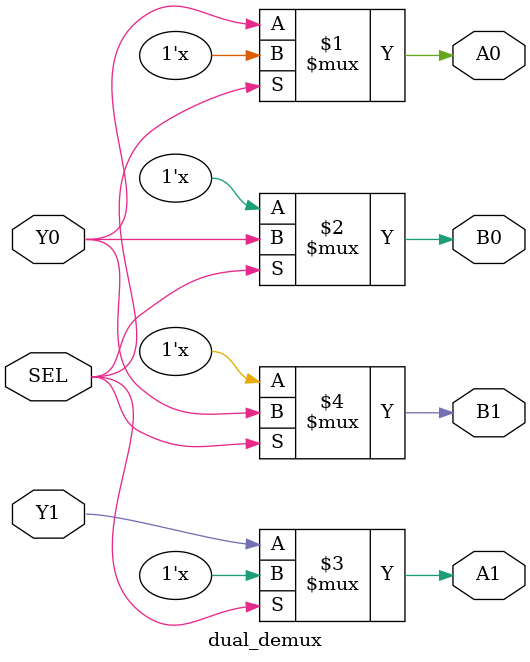
<source format=v>
module dual_demux(Y0, Y1, A0, B0, A1, B1, SEL);
input Y0, Y1, SEL;
output A0, B0, A1, B1;

assign A0 = (SEL) ? 1'bz : Y0;
assign B0 = (SEL) ? Y0 : 1'bz;
assign A1 = (SEL) ? 1'bz : Y1;
assign B1 = (SEL) ? Y0 : 1'bz;

endmodule
</source>
